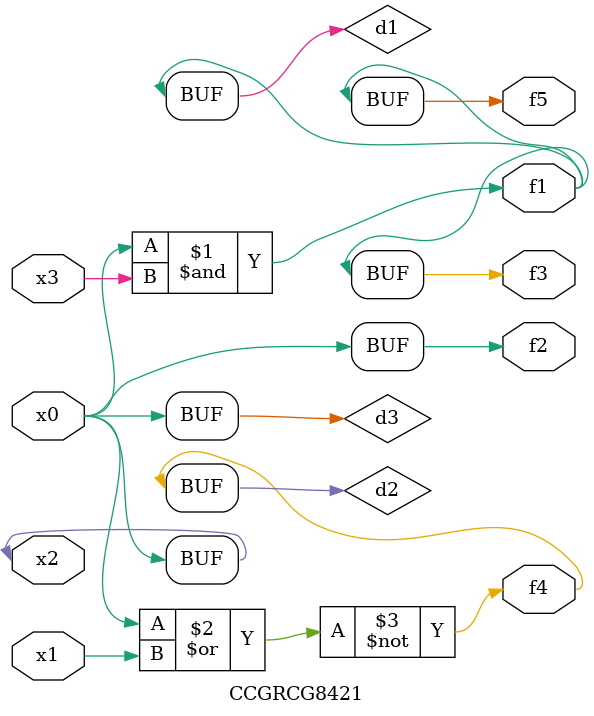
<source format=v>
module CCGRCG8421(
	input x0, x1, x2, x3,
	output f1, f2, f3, f4, f5
);

	wire d1, d2, d3;

	and (d1, x2, x3);
	nor (d2, x0, x1);
	buf (d3, x0, x2);
	assign f1 = d1;
	assign f2 = d3;
	assign f3 = d1;
	assign f4 = d2;
	assign f5 = d1;
endmodule

</source>
